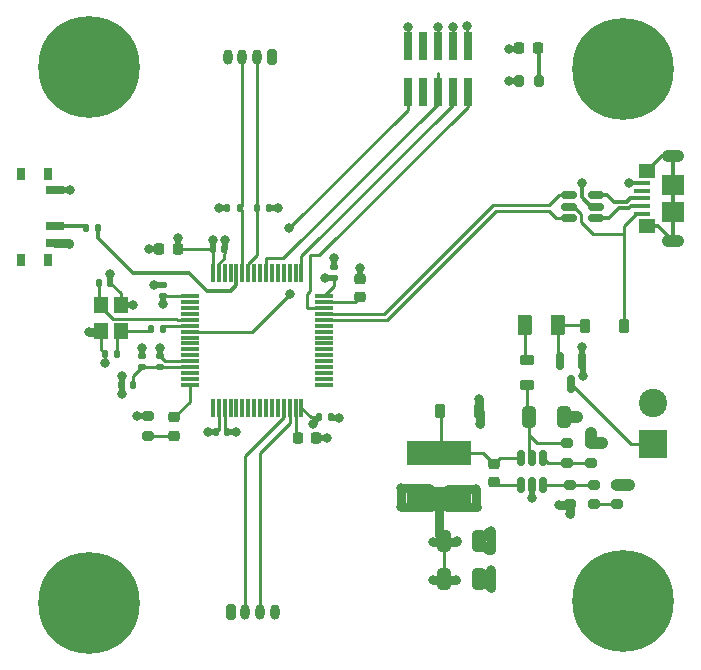
<source format=gbr>
%TF.GenerationSoftware,KiCad,Pcbnew,7.0.5*%
%TF.CreationDate,2023-07-30T01:34:42+05:30*%
%TF.ProjectId,STM32F4_test1,53544d33-3246-4345-9f74-657374312e6b,rev?*%
%TF.SameCoordinates,Original*%
%TF.FileFunction,Copper,L1,Top*%
%TF.FilePolarity,Positive*%
%FSLAX46Y46*%
G04 Gerber Fmt 4.6, Leading zero omitted, Abs format (unit mm)*
G04 Created by KiCad (PCBNEW 7.0.5) date 2023-07-30 01:34:42*
%MOMM*%
%LPD*%
G01*
G04 APERTURE LIST*
G04 Aperture macros list*
%AMRoundRect*
0 Rectangle with rounded corners*
0 $1 Rounding radius*
0 $2 $3 $4 $5 $6 $7 $8 $9 X,Y pos of 4 corners*
0 Add a 4 corners polygon primitive as box body*
4,1,4,$2,$3,$4,$5,$6,$7,$8,$9,$2,$3,0*
0 Add four circle primitives for the rounded corners*
1,1,$1+$1,$2,$3*
1,1,$1+$1,$4,$5*
1,1,$1+$1,$6,$7*
1,1,$1+$1,$8,$9*
0 Add four rect primitives between the rounded corners*
20,1,$1+$1,$2,$3,$4,$5,0*
20,1,$1+$1,$4,$5,$6,$7,0*
20,1,$1+$1,$6,$7,$8,$9,0*
20,1,$1+$1,$8,$9,$2,$3,0*%
G04 Aperture macros list end*
%TA.AperFunction,SMDPad,CuDef*%
%ADD10R,0.740000X2.400000*%
%TD*%
%TA.AperFunction,ComponentPad*%
%ADD11RoundRect,0.200000X0.200000X0.450000X-0.200000X0.450000X-0.200000X-0.450000X0.200000X-0.450000X0*%
%TD*%
%TA.AperFunction,ComponentPad*%
%ADD12O,0.800000X1.300000*%
%TD*%
%TA.AperFunction,SMDPad,CuDef*%
%ADD13R,5.500000X2.150000*%
%TD*%
%TA.AperFunction,SMDPad,CuDef*%
%ADD14RoundRect,0.140000X0.140000X0.170000X-0.140000X0.170000X-0.140000X-0.170000X0.140000X-0.170000X0*%
%TD*%
%TA.AperFunction,SMDPad,CuDef*%
%ADD15RoundRect,0.250000X0.325000X0.650000X-0.325000X0.650000X-0.325000X-0.650000X0.325000X-0.650000X0*%
%TD*%
%TA.AperFunction,ComponentPad*%
%ADD16C,0.900000*%
%TD*%
%TA.AperFunction,ComponentPad*%
%ADD17C,8.600000*%
%TD*%
%TA.AperFunction,SMDPad,CuDef*%
%ADD18RoundRect,0.135000X0.135000X0.185000X-0.135000X0.185000X-0.135000X-0.185000X0.135000X-0.185000X0*%
%TD*%
%TA.AperFunction,SMDPad,CuDef*%
%ADD19RoundRect,0.218750X0.381250X-0.218750X0.381250X0.218750X-0.381250X0.218750X-0.381250X-0.218750X0*%
%TD*%
%TA.AperFunction,SMDPad,CuDef*%
%ADD20RoundRect,0.147500X-0.147500X-0.172500X0.147500X-0.172500X0.147500X0.172500X-0.147500X0.172500X0*%
%TD*%
%TA.AperFunction,SMDPad,CuDef*%
%ADD21RoundRect,0.200000X-0.275000X0.200000X-0.275000X-0.200000X0.275000X-0.200000X0.275000X0.200000X0*%
%TD*%
%TA.AperFunction,SMDPad,CuDef*%
%ADD22RoundRect,0.150000X0.512500X0.150000X-0.512500X0.150000X-0.512500X-0.150000X0.512500X-0.150000X0*%
%TD*%
%TA.AperFunction,SMDPad,CuDef*%
%ADD23RoundRect,0.200000X0.275000X-0.200000X0.275000X0.200000X-0.275000X0.200000X-0.275000X-0.200000X0*%
%TD*%
%TA.AperFunction,SMDPad,CuDef*%
%ADD24RoundRect,0.140000X-0.140000X-0.170000X0.140000X-0.170000X0.140000X0.170000X-0.140000X0.170000X0*%
%TD*%
%TA.AperFunction,SMDPad,CuDef*%
%ADD25RoundRect,0.218750X0.256250X-0.218750X0.256250X0.218750X-0.256250X0.218750X-0.256250X-0.218750X0*%
%TD*%
%TA.AperFunction,ComponentPad*%
%ADD26R,2.400000X2.400000*%
%TD*%
%TA.AperFunction,ComponentPad*%
%ADD27C,2.400000*%
%TD*%
%TA.AperFunction,SMDPad,CuDef*%
%ADD28RoundRect,0.225000X-0.225000X-0.250000X0.225000X-0.250000X0.225000X0.250000X-0.225000X0.250000X0*%
%TD*%
%TA.AperFunction,SMDPad,CuDef*%
%ADD29R,1.200000X1.400000*%
%TD*%
%TA.AperFunction,SMDPad,CuDef*%
%ADD30RoundRect,0.218750X0.218750X0.256250X-0.218750X0.256250X-0.218750X-0.256250X0.218750X-0.256250X0*%
%TD*%
%TA.AperFunction,SMDPad,CuDef*%
%ADD31RoundRect,0.150000X0.150000X-0.512500X0.150000X0.512500X-0.150000X0.512500X-0.150000X-0.512500X0*%
%TD*%
%TA.AperFunction,SMDPad,CuDef*%
%ADD32RoundRect,0.225000X-0.225000X-0.375000X0.225000X-0.375000X0.225000X0.375000X-0.225000X0.375000X0*%
%TD*%
%TA.AperFunction,SMDPad,CuDef*%
%ADD33RoundRect,0.140000X0.170000X-0.140000X0.170000X0.140000X-0.170000X0.140000X-0.170000X-0.140000X0*%
%TD*%
%TA.AperFunction,SMDPad,CuDef*%
%ADD34RoundRect,0.250000X-0.375000X-0.625000X0.375000X-0.625000X0.375000X0.625000X-0.375000X0.625000X0*%
%TD*%
%TA.AperFunction,SMDPad,CuDef*%
%ADD35RoundRect,0.250000X-0.325000X-0.650000X0.325000X-0.650000X0.325000X0.650000X-0.325000X0.650000X0*%
%TD*%
%TA.AperFunction,SMDPad,CuDef*%
%ADD36RoundRect,0.075000X-0.700000X-0.075000X0.700000X-0.075000X0.700000X0.075000X-0.700000X0.075000X0*%
%TD*%
%TA.AperFunction,SMDPad,CuDef*%
%ADD37RoundRect,0.075000X-0.075000X-0.700000X0.075000X-0.700000X0.075000X0.700000X-0.075000X0.700000X0*%
%TD*%
%TA.AperFunction,ComponentPad*%
%ADD38RoundRect,0.200000X-0.200000X-0.450000X0.200000X-0.450000X0.200000X0.450000X-0.200000X0.450000X0*%
%TD*%
%TA.AperFunction,SMDPad,CuDef*%
%ADD39RoundRect,0.225000X0.250000X-0.225000X0.250000X0.225000X-0.250000X0.225000X-0.250000X-0.225000X0*%
%TD*%
%TA.AperFunction,SMDPad,CuDef*%
%ADD40RoundRect,0.225000X0.225000X0.250000X-0.225000X0.250000X-0.225000X-0.250000X0.225000X-0.250000X0*%
%TD*%
%TA.AperFunction,SMDPad,CuDef*%
%ADD41R,0.800000X1.000000*%
%TD*%
%TA.AperFunction,SMDPad,CuDef*%
%ADD42R,1.500000X0.700000*%
%TD*%
%TA.AperFunction,SMDPad,CuDef*%
%ADD43R,1.400000X0.400000*%
%TD*%
%TA.AperFunction,ComponentPad*%
%ADD44O,1.900000X1.050000*%
%TD*%
%TA.AperFunction,SMDPad,CuDef*%
%ADD45R,1.450000X1.150000*%
%TD*%
%TA.AperFunction,SMDPad,CuDef*%
%ADD46R,1.900000X1.750000*%
%TD*%
%TA.AperFunction,SMDPad,CuDef*%
%ADD47RoundRect,0.135000X-0.135000X-0.185000X0.135000X-0.185000X0.135000X0.185000X-0.135000X0.185000X0*%
%TD*%
%TA.AperFunction,SMDPad,CuDef*%
%ADD48RoundRect,0.150000X-0.150000X0.587500X-0.150000X-0.587500X0.150000X-0.587500X0.150000X0.587500X0*%
%TD*%
%TA.AperFunction,SMDPad,CuDef*%
%ADD49RoundRect,0.200000X0.200000X0.275000X-0.200000X0.275000X-0.200000X-0.275000X0.200000X-0.275000X0*%
%TD*%
%TA.AperFunction,ViaPad*%
%ADD50C,0.800000*%
%TD*%
%TA.AperFunction,Conductor*%
%ADD51C,0.260000*%
%TD*%
%TA.AperFunction,Conductor*%
%ADD52C,0.250000*%
%TD*%
%TA.AperFunction,Conductor*%
%ADD53C,0.750000*%
%TD*%
%TA.AperFunction,Conductor*%
%ADD54C,0.300000*%
%TD*%
%TA.AperFunction,Conductor*%
%ADD55C,0.500000*%
%TD*%
%TA.AperFunction,Conductor*%
%ADD56C,1.000000*%
%TD*%
G04 APERTURE END LIST*
D10*
%TO.P,J2,1,Pin_1*%
%TO.N,+3.3V*%
X148080000Y-81550000D03*
%TO.P,J2,2,Pin_2*%
%TO.N,SWDIO*%
X148080000Y-85450000D03*
%TO.P,J2,3,Pin_3*%
%TO.N,GND*%
X146810000Y-81550000D03*
%TO.P,J2,4,Pin_4*%
%TO.N,SWCLK*%
X146810000Y-85450000D03*
%TO.P,J2,5,Pin_5*%
%TO.N,GND*%
X145540000Y-81550000D03*
%TO.P,J2,6,Pin_6*%
%TO.N,SWO*%
X145540000Y-85450000D03*
%TO.P,J2,7,Pin_7*%
%TO.N,unconnected-(J2-Pin_7-Pad7)*%
X144270000Y-81550000D03*
%TO.P,J2,8,Pin_8*%
%TO.N,unconnected-(J2-Pin_8-Pad8)*%
X144270000Y-85450000D03*
%TO.P,J2,9,Pin_9*%
%TO.N,GND*%
X143000000Y-81550000D03*
%TO.P,J2,10,Pin_10*%
%TO.N,NRST*%
X143000000Y-85450000D03*
%TD*%
D11*
%TO.P,J3,1,Pin_1*%
%TO.N,+3.3V*%
X131500000Y-82450000D03*
D12*
%TO.P,J3,2,Pin_2*%
%TO.N,I2C1_SCL*%
X130250000Y-82450000D03*
%TO.P,J3,3,Pin_3*%
%TO.N,I2C1_SDA*%
X129000000Y-82450000D03*
%TO.P,J3,4,Pin_4*%
%TO.N,GND*%
X127750000Y-82450000D03*
%TD*%
D13*
%TO.P,L2,1*%
%TO.N,BUCK_SW*%
X145625000Y-116012500D03*
%TO.P,L2,2*%
%TO.N,+3.3V*%
X145625000Y-119862500D03*
%TD*%
D14*
%TO.P,C12,1*%
%TO.N,Net-(C12-Pad1)*%
X118350000Y-107600000D03*
%TO.P,C12,2*%
%TO.N,GND*%
X117390000Y-107600000D03*
%TD*%
D15*
%TO.P,C15,1*%
%TO.N,GND*%
X149050000Y-123437500D03*
%TO.P,C15,2*%
%TO.N,+3.3V*%
X146100000Y-123437500D03*
%TD*%
D14*
%TO.P,C5,1*%
%TO.N,+3.3V*%
X127730000Y-114250000D03*
%TO.P,C5,2*%
%TO.N,GND*%
X126770000Y-114250000D03*
%TD*%
D16*
%TO.P,H2,1,1*%
%TO.N,GND*%
X158025000Y-128525000D03*
X158969581Y-126244581D03*
X158969581Y-130805419D03*
X161250000Y-125300000D03*
D17*
X161250000Y-128525000D03*
D16*
X161250000Y-131750000D03*
X163530419Y-126244581D03*
X163530419Y-130805419D03*
X164475000Y-128525000D03*
%TD*%
D18*
%TO.P,R2,1*%
%TO.N,HSE_OUT*%
X122260000Y-105500000D03*
%TO.P,R2,2*%
%TO.N,Net-(C12-Pad1)*%
X121240000Y-105500000D03*
%TD*%
D19*
%TO.P,FB1,1*%
%TO.N,BUCK_IN*%
X153125000Y-110250000D03*
%TO.P,FB1,2*%
%TO.N,Net-(F1-Pad1)*%
X153125000Y-108125000D03*
%TD*%
D20*
%TO.P,L1,1*%
%TO.N,+3.3V*%
X118765000Y-110250000D03*
%TO.P,L1,2*%
%TO.N,+3.3VA*%
X119735000Y-110250000D03*
%TD*%
D21*
%TO.P,R4,1*%
%TO.N,BUCK_IN*%
X156500000Y-115175000D03*
%TO.P,R4,2*%
%TO.N,BUCK_EN*%
X156500000Y-116825000D03*
%TD*%
%TO.P,R7,1*%
%TO.N,BUCK_FB*%
X158750000Y-118675000D03*
%TO.P,R7,2*%
%TO.N,Net-(R7-Pad2)*%
X158750000Y-120325000D03*
%TD*%
D22*
%TO.P,U2,1,I/O1*%
%TO.N,USB_CONN_D-*%
X158937500Y-96087500D03*
%TO.P,U2,2,GND*%
%TO.N,GND*%
X158937500Y-95137500D03*
%TO.P,U2,3,I/O2*%
%TO.N,USB_CONN_D+*%
X158937500Y-94187500D03*
%TO.P,U2,4,I/O2*%
%TO.N,USB_D+*%
X156662500Y-94187500D03*
%TO.P,U2,5,VBUS*%
%TO.N,+5V*%
X156662500Y-95137500D03*
%TO.P,U2,6,I/O1*%
%TO.N,USB_D-*%
X156662500Y-96087500D03*
%TD*%
D23*
%TO.P,R8,1*%
%TO.N,Net-(R7-Pad2)*%
X160750000Y-120325000D03*
%TO.P,R8,2*%
%TO.N,GND*%
X160750000Y-118675000D03*
%TD*%
D15*
%TO.P,C17,1*%
%TO.N,GND*%
X149050000Y-126687500D03*
%TO.P,C17,2*%
%TO.N,+3.3V*%
X146100000Y-126687500D03*
%TD*%
D24*
%TO.P,C11,1*%
%TO.N,HSE_IN*%
X116870000Y-101600000D03*
%TO.P,C11,2*%
%TO.N,GND*%
X117830000Y-101600000D03*
%TD*%
D25*
%TO.P,D1,1,K*%
%TO.N,Net-(D1-K)*%
X123250000Y-114550000D03*
%TO.P,D1,2,A*%
%TO.N,LED_STATUS*%
X123250000Y-112975000D03*
%TD*%
D26*
%TO.P,J1,1,Pin_1*%
%TO.N,+12V*%
X163750000Y-115250000D03*
D27*
%TO.P,J1,2,Pin_2*%
%TO.N,GND*%
X163750000Y-111750000D03*
%TD*%
D18*
%TO.P,R9,1*%
%TO.N,+3.3V*%
X131270000Y-95225000D03*
%TO.P,R9,2*%
%TO.N,I2C1_SCL*%
X130250000Y-95225000D03*
%TD*%
D28*
%TO.P,C2,1*%
%TO.N,Net-(U1-VCAP_1)*%
X133725000Y-114725000D03*
%TO.P,C2,2*%
%TO.N,GND*%
X135275000Y-114725000D03*
%TD*%
D23*
%TO.P,R6,1*%
%TO.N,+3.3V*%
X156750000Y-120325000D03*
%TO.P,R6,2*%
%TO.N,BUCK_FB*%
X156750000Y-118675000D03*
%TD*%
D29*
%TO.P,Y1,1,1*%
%TO.N,HSE_IN*%
X117000000Y-103500000D03*
%TO.P,Y1,2,2*%
%TO.N,GND*%
X117000000Y-105700000D03*
%TO.P,Y1,3,3*%
%TO.N,Net-(C12-Pad1)*%
X118700000Y-105700000D03*
%TO.P,Y1,4,4*%
%TO.N,GND*%
X118700000Y-103500000D03*
%TD*%
D30*
%TO.P,D4,1,K*%
%TO.N,Net-(D4-K)*%
X154037500Y-81750000D03*
%TO.P,D4,2,A*%
%TO.N,+3.3V*%
X152462500Y-81750000D03*
%TD*%
D31*
%TO.P,MP2359DJ-LF-Z1,1,BST*%
%TO.N,BUCK_BST*%
X152550000Y-118712500D03*
%TO.P,MP2359DJ-LF-Z1,2,GND*%
%TO.N,GND*%
X153500000Y-118712500D03*
%TO.P,MP2359DJ-LF-Z1,3,FB*%
%TO.N,BUCK_FB*%
X154450000Y-118712500D03*
%TO.P,MP2359DJ-LF-Z1,4,EN*%
%TO.N,BUCK_EN*%
X154450000Y-116437500D03*
%TO.P,MP2359DJ-LF-Z1,5,IN*%
%TO.N,BUCK_IN*%
X153500000Y-116437500D03*
%TO.P,MP2359DJ-LF-Z1,6,SW*%
%TO.N,BUCK_SW*%
X152550000Y-116437500D03*
%TD*%
D32*
%TO.P,D3,1,K*%
%TO.N,Net-(D3-K)*%
X158000000Y-105250000D03*
%TO.P,D3,2,A*%
%TO.N,+5V*%
X161300000Y-105250000D03*
%TD*%
D33*
%TO.P,C4,1*%
%TO.N,+3.3V*%
X122250000Y-102705000D03*
%TO.P,C4,2*%
%TO.N,GND*%
X122250000Y-101745000D03*
%TD*%
D34*
%TO.P,F1,1*%
%TO.N,Net-(F1-Pad1)*%
X152950000Y-105187500D03*
%TO.P,F1,2*%
%TO.N,Net-(D3-K)*%
X155750000Y-105187500D03*
%TD*%
D33*
%TO.P,C10,1*%
%TO.N,+3.3VA*%
X122000000Y-108750000D03*
%TO.P,C10,2*%
%TO.N,GND*%
X122000000Y-107790000D03*
%TD*%
%TO.P,C7,1*%
%TO.N,+3.3V*%
X136750000Y-101185000D03*
%TO.P,C7,2*%
%TO.N,GND*%
X136750000Y-100225000D03*
%TD*%
D21*
%TO.P,R3,1*%
%TO.N,GND*%
X121000000Y-112900000D03*
%TO.P,R3,2*%
%TO.N,Net-(D1-K)*%
X121000000Y-114550000D03*
%TD*%
D35*
%TO.P,C13,1*%
%TO.N,BUCK_IN*%
X153275000Y-112937500D03*
%TO.P,C13,2*%
%TO.N,GND*%
X156225000Y-112937500D03*
%TD*%
D16*
%TO.P,H4,1,1*%
%TO.N,GND*%
X112805419Y-128719581D03*
X113750000Y-126439162D03*
X113750000Y-131000000D03*
X116030419Y-125494581D03*
D17*
X116030419Y-128719581D03*
D16*
X116030419Y-131944581D03*
X118310838Y-126439162D03*
X118310838Y-131000000D03*
X119255419Y-128719581D03*
%TD*%
%TO.P,H1,1,1*%
%TO.N,GND*%
X157994581Y-83469581D03*
X158939162Y-81189162D03*
X158939162Y-85750000D03*
X161219581Y-80244581D03*
D17*
X161219581Y-83469581D03*
D16*
X161219581Y-86694581D03*
X163500000Y-81189162D03*
X163500000Y-85750000D03*
X164444581Y-83469581D03*
%TD*%
D24*
%TO.P,C6,1*%
%TO.N,+3.3V*%
X135520000Y-112975000D03*
%TO.P,C6,2*%
%TO.N,GND*%
X136480000Y-112975000D03*
%TD*%
D33*
%TO.P,C9,1*%
%TO.N,+3.3VA*%
X120500000Y-108750000D03*
%TO.P,C9,2*%
%TO.N,GND*%
X120500000Y-107790000D03*
%TD*%
D36*
%TO.P,U1,1,VBAT*%
%TO.N,+3.3V*%
X124575000Y-102725000D03*
%TO.P,U1,2,PC13*%
%TO.N,unconnected-(U1-PC13-Pad2)*%
X124575000Y-103225000D03*
%TO.P,U1,3,PC14*%
%TO.N,unconnected-(U1-PC14-Pad3)*%
X124575000Y-103725000D03*
%TO.P,U1,4,PC15*%
%TO.N,unconnected-(U1-PC15-Pad4)*%
X124575000Y-104225000D03*
%TO.P,U1,5,PH0*%
%TO.N,HSE_IN*%
X124575000Y-104725000D03*
%TO.P,U1,6,PH1*%
%TO.N,HSE_OUT*%
X124575000Y-105225000D03*
%TO.P,U1,7,NRST*%
%TO.N,NRST*%
X124575000Y-105725000D03*
%TO.P,U1,8,PC0*%
%TO.N,unconnected-(U1-PC0-Pad8)*%
X124575000Y-106225000D03*
%TO.P,U1,9,PC1*%
%TO.N,unconnected-(U1-PC1-Pad9)*%
X124575000Y-106725000D03*
%TO.P,U1,10,PC2*%
%TO.N,unconnected-(U1-PC2-Pad10)*%
X124575000Y-107225000D03*
%TO.P,U1,11,PC3*%
%TO.N,unconnected-(U1-PC3-Pad11)*%
X124575000Y-107725000D03*
%TO.P,U1,12,VSSA*%
%TO.N,GND*%
X124575000Y-108225000D03*
%TO.P,U1,13,VDDA*%
%TO.N,+3.3VA*%
X124575000Y-108725000D03*
%TO.P,U1,14,PA0*%
%TO.N,unconnected-(U1-PA0-Pad14)*%
X124575000Y-109225000D03*
%TO.P,U1,15,PA1*%
%TO.N,unconnected-(U1-PA1-Pad15)*%
X124575000Y-109725000D03*
%TO.P,U1,16,PA2*%
%TO.N,LED_STATUS*%
X124575000Y-110225000D03*
D37*
%TO.P,U1,17,PA3*%
%TO.N,unconnected-(U1-PA3-Pad17)*%
X126500000Y-112150000D03*
%TO.P,U1,18,VSS*%
%TO.N,GND*%
X127000000Y-112150000D03*
%TO.P,U1,19,VDD*%
%TO.N,+3.3V*%
X127500000Y-112150000D03*
%TO.P,U1,20,PA4*%
%TO.N,unconnected-(U1-PA4-Pad20)*%
X128000000Y-112150000D03*
%TO.P,U1,21,PA5*%
%TO.N,unconnected-(U1-PA5-Pad21)*%
X128500000Y-112150000D03*
%TO.P,U1,22,PA6*%
%TO.N,unconnected-(U1-PA6-Pad22)*%
X129000000Y-112150000D03*
%TO.P,U1,23,PA7*%
%TO.N,unconnected-(U1-PA7-Pad23)*%
X129500000Y-112150000D03*
%TO.P,U1,24,PC4*%
%TO.N,unconnected-(U1-PC4-Pad24)*%
X130000000Y-112150000D03*
%TO.P,U1,25,PC5*%
%TO.N,unconnected-(U1-PC5-Pad25)*%
X130500000Y-112150000D03*
%TO.P,U1,26,PB0*%
%TO.N,unconnected-(U1-PB0-Pad26)*%
X131000000Y-112150000D03*
%TO.P,U1,27,PB1*%
%TO.N,unconnected-(U1-PB1-Pad27)*%
X131500000Y-112150000D03*
%TO.P,U1,28,PB2*%
%TO.N,unconnected-(U1-PB2-Pad28)*%
X132000000Y-112150000D03*
%TO.P,U1,29,PB10*%
%TO.N,USART3_TX*%
X132500000Y-112150000D03*
%TO.P,U1,30,PB11*%
%TO.N,USART3_RX*%
X133000000Y-112150000D03*
%TO.P,U1,31,VCAP_1*%
%TO.N,Net-(U1-VCAP_1)*%
X133500000Y-112150000D03*
%TO.P,U1,32,VDD*%
%TO.N,+3.3V*%
X134000000Y-112150000D03*
D36*
%TO.P,U1,33,PB12*%
%TO.N,unconnected-(U1-PB12-Pad33)*%
X135925000Y-110225000D03*
%TO.P,U1,34,PB13*%
%TO.N,unconnected-(U1-PB13-Pad34)*%
X135925000Y-109725000D03*
%TO.P,U1,35,PB14*%
%TO.N,unconnected-(U1-PB14-Pad35)*%
X135925000Y-109225000D03*
%TO.P,U1,36,PB15*%
%TO.N,unconnected-(U1-PB15-Pad36)*%
X135925000Y-108725000D03*
%TO.P,U1,37,PC6*%
%TO.N,unconnected-(U1-PC6-Pad37)*%
X135925000Y-108225000D03*
%TO.P,U1,38,PC7*%
%TO.N,unconnected-(U1-PC7-Pad38)*%
X135925000Y-107725000D03*
%TO.P,U1,39,PC8*%
%TO.N,unconnected-(U1-PC8-Pad39)*%
X135925000Y-107225000D03*
%TO.P,U1,40,PC9*%
%TO.N,unconnected-(U1-PC9-Pad40)*%
X135925000Y-106725000D03*
%TO.P,U1,41,PA8*%
%TO.N,unconnected-(U1-PA8-Pad41)*%
X135925000Y-106225000D03*
%TO.P,U1,42,PA9*%
%TO.N,unconnected-(U1-PA9-Pad42)*%
X135925000Y-105725000D03*
%TO.P,U1,43,PA10*%
%TO.N,unconnected-(U1-PA10-Pad43)*%
X135925000Y-105225000D03*
%TO.P,U1,44,PA11*%
%TO.N,USB_D-*%
X135925000Y-104725000D03*
%TO.P,U1,45,PA12*%
%TO.N,USB_D+*%
X135925000Y-104225000D03*
%TO.P,U1,46,PA13*%
%TO.N,SWDIO*%
X135925000Y-103725000D03*
%TO.P,U1,47,VCAP_2*%
%TO.N,Net-(U1-VCAP_2)*%
X135925000Y-103225000D03*
%TO.P,U1,48,VDD*%
%TO.N,+3.3V*%
X135925000Y-102725000D03*
D37*
%TO.P,U1,49,PA14*%
%TO.N,SWCLK*%
X134000000Y-100800000D03*
%TO.P,U1,50,PA15*%
%TO.N,unconnected-(U1-PA15-Pad50)*%
X133500000Y-100800000D03*
%TO.P,U1,51,PC10*%
%TO.N,unconnected-(U1-PC10-Pad51)*%
X133000000Y-100800000D03*
%TO.P,U1,52,PC11*%
%TO.N,unconnected-(U1-PC11-Pad52)*%
X132500000Y-100800000D03*
%TO.P,U1,53,PC12*%
%TO.N,unconnected-(U1-PC12-Pad53)*%
X132000000Y-100800000D03*
%TO.P,U1,54,PD2*%
%TO.N,unconnected-(U1-PD2-Pad54)*%
X131500000Y-100800000D03*
%TO.P,U1,55,PB3*%
%TO.N,SWO*%
X131000000Y-100800000D03*
%TO.P,U1,56,PB4*%
%TO.N,unconnected-(U1-PB4-Pad56)*%
X130500000Y-100800000D03*
%TO.P,U1,57,PB5*%
%TO.N,unconnected-(U1-PB5-Pad57)*%
X130000000Y-100800000D03*
%TO.P,U1,58,PB6*%
%TO.N,I2C1_SCL*%
X129500000Y-100800000D03*
%TO.P,U1,59,PB7*%
%TO.N,I2C1_SDA*%
X129000000Y-100800000D03*
%TO.P,U1,60,BOOT0*%
%TO.N,BOOT0*%
X128500000Y-100800000D03*
%TO.P,U1,61,PB8*%
%TO.N,unconnected-(U1-PB8-Pad61)*%
X128000000Y-100800000D03*
%TO.P,U1,62,PB9*%
%TO.N,unconnected-(U1-PB9-Pad62)*%
X127500000Y-100800000D03*
%TO.P,U1,63,VSS*%
%TO.N,GND*%
X127000000Y-100800000D03*
%TO.P,U1,64,VDD*%
%TO.N,+3.3V*%
X126500000Y-100800000D03*
%TD*%
D38*
%TO.P,J4,1,Pin_1*%
%TO.N,+3.3V*%
X128000000Y-129500000D03*
D12*
%TO.P,J4,2,Pin_2*%
%TO.N,USART3_TX*%
X129250000Y-129500000D03*
%TO.P,J4,3,Pin_3*%
%TO.N,USART3_RX*%
X130500000Y-129500000D03*
%TO.P,J4,4,Pin_4*%
%TO.N,GND*%
X131750000Y-129500000D03*
%TD*%
D39*
%TO.P,C14,1*%
%TO.N,BUCK_BST*%
X150300000Y-118462500D03*
%TO.P,C14,2*%
%TO.N,BUCK_SW*%
X150300000Y-116912500D03*
%TD*%
D32*
%TO.P,D2,1,K*%
%TO.N,BUCK_SW*%
X145750000Y-112437500D03*
%TO.P,D2,2,A*%
%TO.N,GND*%
X149050000Y-112437500D03*
%TD*%
D39*
%TO.P,C1,1*%
%TO.N,Net-(U1-VCAP_2)*%
X139000000Y-102775000D03*
%TO.P,C1,2*%
%TO.N,GND*%
X139000000Y-101225000D03*
%TD*%
D24*
%TO.P,C8,1*%
%TO.N,+3.3V*%
X126520000Y-98750000D03*
%TO.P,C8,2*%
%TO.N,GND*%
X127480000Y-98750000D03*
%TD*%
D40*
%TO.P,C3,1*%
%TO.N,+3.3V*%
X123525000Y-98725000D03*
%TO.P,C3,2*%
%TO.N,GND*%
X121975000Y-98725000D03*
%TD*%
D41*
%TO.P,SW1,*%
%TO.N,*%
X112505000Y-92350000D03*
X110295000Y-92350000D03*
X112505000Y-99650000D03*
X110295000Y-99650000D03*
D42*
%TO.P,SW1,1,A*%
%TO.N,+3.3V*%
X113155000Y-93750000D03*
%TO.P,SW1,2,B*%
%TO.N,Net-(SW1-B)*%
X113155000Y-96750000D03*
%TO.P,SW1,3,C*%
%TO.N,GND*%
X113155000Y-98250000D03*
%TD*%
D43*
%TO.P,J5,1,VBUS*%
%TO.N,+5V*%
X162830000Y-95750000D03*
%TO.P,J5,2,D-*%
%TO.N,USB_CONN_D-*%
X162830000Y-95100000D03*
%TO.P,J5,3,D+*%
%TO.N,USB_CONN_D+*%
X162830000Y-94450000D03*
%TO.P,J5,4,ID*%
%TO.N,unconnected-(J5-ID-Pad4)*%
X162830000Y-93800000D03*
%TO.P,J5,5,GND*%
%TO.N,GND*%
X162830000Y-93150000D03*
D44*
%TO.P,J5,6,Shield*%
%TO.N,unconnected-(J5-Shield-Pad6)*%
X165480000Y-98025000D03*
D45*
X163250000Y-96770000D03*
D46*
X165480000Y-95575000D03*
X165480000Y-93325000D03*
D45*
X163250000Y-92130000D03*
D44*
X165480000Y-90875000D03*
%TD*%
D16*
%TO.P,H3,1,1*%
%TO.N,GND*%
X112775000Y-83275000D03*
X113719581Y-80994581D03*
X113719581Y-85555419D03*
X116000000Y-80050000D03*
D17*
X116000000Y-83275000D03*
D16*
X116000000Y-86500000D03*
X118280419Y-80994581D03*
X118280419Y-85555419D03*
X119225000Y-83275000D03*
%TD*%
D47*
%TO.P,R10,1*%
%TO.N,+3.3V*%
X127740000Y-95225000D03*
%TO.P,R10,2*%
%TO.N,I2C1_SDA*%
X128760000Y-95225000D03*
%TD*%
D48*
%TO.P,Q1,1,G*%
%TO.N,GND*%
X157762500Y-108250000D03*
%TO.P,Q1,2,S*%
%TO.N,Net-(D3-K)*%
X155862500Y-108250000D03*
%TO.P,Q1,3,D*%
%TO.N,+12V*%
X156812500Y-110125000D03*
%TD*%
D18*
%TO.P,R1,1*%
%TO.N,BOOT0*%
X116760000Y-96975000D03*
%TO.P,R1,2*%
%TO.N,Net-(SW1-B)*%
X115740000Y-96975000D03*
%TD*%
D23*
%TO.P,R5,1*%
%TO.N,BUCK_EN*%
X158500000Y-116825000D03*
%TO.P,R5,2*%
%TO.N,GND*%
X158500000Y-115175000D03*
%TD*%
D49*
%TO.P,R11,1*%
%TO.N,Net-(D4-K)*%
X154075000Y-84500000D03*
%TO.P,R11,2*%
%TO.N,GND*%
X152425000Y-84500000D03*
%TD*%
D50*
%TO.N,GND*%
X143000000Y-79900000D03*
X145550000Y-79925000D03*
X146825000Y-79925000D03*
%TO.N,+3.3V*%
X148050000Y-79875000D03*
%TO.N,NRST*%
X132960287Y-96960287D03*
X133000000Y-102500000D03*
%TO.N,GND*%
X115975000Y-105725000D03*
X117400000Y-108350000D03*
X161700000Y-93175000D03*
X153500000Y-119825000D03*
X157725000Y-93125000D03*
%TO.N,+3.3V*%
X136000000Y-101175000D03*
%TO.N,GND*%
X150075000Y-127400000D03*
X150075000Y-124175000D03*
X159425000Y-115150000D03*
X149125000Y-113525000D03*
X157825000Y-109475000D03*
X157775000Y-107050000D03*
X149075000Y-111400000D03*
X158500000Y-114325000D03*
X157300000Y-112975000D03*
X161700000Y-118675000D03*
X150050000Y-125875000D03*
X150050000Y-122600000D03*
X151575000Y-84475000D03*
X136750000Y-99500000D03*
X138975000Y-100350000D03*
X137200000Y-113000000D03*
X136150000Y-114700000D03*
X126050000Y-114250000D03*
X120050000Y-112875000D03*
X122025000Y-107075000D03*
X120500000Y-107075000D03*
X119750000Y-103500000D03*
X117825000Y-100850000D03*
X121075000Y-98700000D03*
X121500000Y-101750000D03*
X114350000Y-98275000D03*
X127525000Y-98000000D03*
%TO.N,+3.3V*%
X156700000Y-121200000D03*
X155825000Y-120375000D03*
X147125000Y-126750000D03*
X145100000Y-126775000D03*
X147150000Y-123425000D03*
X145100000Y-123500000D03*
X148850000Y-120600000D03*
X148800000Y-119075000D03*
X142450000Y-119000000D03*
X142450000Y-120550000D03*
X126500000Y-98000000D03*
X122275000Y-103400000D03*
X118825000Y-111000000D03*
X118775000Y-109475000D03*
X128450000Y-114250000D03*
X135000000Y-113575000D03*
X151550000Y-81775000D03*
X114400000Y-93750000D03*
X123525000Y-97775000D03*
X127000000Y-95275000D03*
X132000000Y-95250000D03*
%TD*%
D51*
%TO.N,+3.3V*%
X148050000Y-81520000D02*
X148080000Y-81550000D01*
X148050000Y-79875000D02*
X148050000Y-81520000D01*
%TO.N,GND*%
X146825000Y-81535000D02*
X146810000Y-81550000D01*
X146825000Y-79925000D02*
X146825000Y-81535000D01*
X145550000Y-81540000D02*
X145540000Y-81550000D01*
X145550000Y-79925000D02*
X145550000Y-81540000D01*
X143000000Y-79900000D02*
X143000000Y-81550000D01*
D52*
%TO.N,SWDIO*%
X135500000Y-99250000D02*
X148080000Y-86670000D01*
X134750000Y-99250000D02*
X135500000Y-99250000D01*
X148080000Y-86670000D02*
X148080000Y-85450000D01*
D51*
%TO.N,SWCLK*%
X134000000Y-99356533D02*
X146810000Y-86546533D01*
X134000000Y-100800000D02*
X134000000Y-99356533D01*
X146810000Y-86546533D02*
X146810000Y-85450000D01*
D52*
X146810000Y-86400000D02*
X146810000Y-85450000D01*
D51*
%TO.N,SWO*%
X132450000Y-99500000D02*
X145540000Y-86410000D01*
X131000000Y-100800000D02*
X131000000Y-99500000D01*
X131000000Y-99500000D02*
X132450000Y-99500000D01*
X145540000Y-86410000D02*
X145540000Y-85450000D01*
%TO.N,NRST*%
X143000000Y-86920574D02*
X143000000Y-85450000D01*
X132960287Y-96960287D02*
X143000000Y-86920574D01*
X129775000Y-105725000D02*
X133000000Y-102500000D01*
X124575000Y-105725000D02*
X129775000Y-105725000D01*
%TO.N,SWO*%
X145540000Y-86460000D02*
X145540000Y-85450000D01*
D53*
%TO.N,GND*%
X116975000Y-105725000D02*
X117000000Y-105700000D01*
X115975000Y-105725000D02*
X116975000Y-105725000D01*
D52*
X117390000Y-108340000D02*
X117400000Y-108350000D01*
X117390000Y-107600000D02*
X117390000Y-108340000D01*
D54*
%TO.N,Net-(D4-K)*%
X154075000Y-81787500D02*
X154037500Y-81750000D01*
X154075000Y-84500000D02*
X154075000Y-81787500D01*
%TO.N,GND*%
X162805000Y-93175000D02*
X162830000Y-93150000D01*
X161700000Y-93175000D02*
X162805000Y-93175000D01*
D52*
%TO.N,HSE_IN*%
X123425000Y-104675000D02*
X123475000Y-104725000D01*
X118075000Y-104675000D02*
X123425000Y-104675000D01*
X117000000Y-103600000D02*
X118075000Y-104675000D01*
X117000000Y-103500000D02*
X117000000Y-103600000D01*
X123475000Y-104725000D02*
X124575000Y-104725000D01*
D54*
%TO.N,Net-(SW1-B)*%
X115515000Y-96750000D02*
X115740000Y-96975000D01*
X113155000Y-96750000D02*
X115515000Y-96750000D01*
D55*
%TO.N,GND*%
X153500000Y-119825000D02*
X153500000Y-118712500D01*
X136505000Y-113000000D02*
X136480000Y-112975000D01*
X137200000Y-113000000D02*
X136505000Y-113000000D01*
X135300000Y-114700000D02*
X135275000Y-114725000D01*
X136150000Y-114700000D02*
X135300000Y-114700000D01*
D54*
%TO.N,unconnected-(J5-Shield-Pad6)*%
X164505000Y-90875000D02*
X163250000Y-92130000D01*
X165480000Y-90875000D02*
X164505000Y-90875000D01*
X165480000Y-98025000D02*
X165480000Y-90875000D01*
X164225000Y-96770000D02*
X165480000Y-98025000D01*
X163250000Y-96770000D02*
X164225000Y-96770000D01*
%TO.N,GND*%
X157725000Y-94344607D02*
X157725000Y-93125000D01*
X158517893Y-95137500D02*
X157725000Y-94344607D01*
X158937500Y-95137500D02*
X158517893Y-95137500D01*
D52*
%TO.N,+5V*%
X157650000Y-96434251D02*
X157650000Y-95740749D01*
X158690749Y-97475000D02*
X157650000Y-96434251D01*
X157046751Y-95137500D02*
X156662500Y-95137500D01*
X161300000Y-97475000D02*
X158690749Y-97475000D01*
X161300000Y-97475000D02*
X161300000Y-105250000D01*
X157650000Y-95740749D02*
X157046751Y-95137500D01*
X161300000Y-96780000D02*
X161300000Y-97475000D01*
D54*
%TO.N,USB_CONN_D-*%
X161882107Y-95100000D02*
X162830000Y-95100000D01*
X161732107Y-95250000D02*
X161882107Y-95100000D01*
X160012500Y-96087500D02*
X160850000Y-95250000D01*
X158937500Y-96087500D02*
X160012500Y-96087500D01*
X160850000Y-95250000D02*
X161732107Y-95250000D01*
%TO.N,USB_CONN_D+*%
X161825000Y-94450000D02*
X162830000Y-94450000D01*
X161525000Y-94750000D02*
X161825000Y-94450000D01*
X159912500Y-94187500D02*
X160475000Y-94750000D01*
X160475000Y-94750000D02*
X161525000Y-94750000D01*
X158937500Y-94187500D02*
X159912500Y-94187500D01*
D55*
%TO.N,+3.3V*%
X148050000Y-81670000D02*
X148080000Y-81700000D01*
%TO.N,GND*%
X145575000Y-81665000D02*
X145540000Y-81700000D01*
%TO.N,unconnected-(J2-Pin_7-Pad7)*%
X144275000Y-81695000D02*
X144270000Y-81700000D01*
%TO.N,+3.3V*%
X136740000Y-101175000D02*
X136750000Y-101185000D01*
X136000000Y-101175000D02*
X136740000Y-101175000D01*
%TO.N,GND*%
X157825000Y-108312500D02*
X157762500Y-108250000D01*
X157825000Y-109475000D02*
X157825000Y-108312500D01*
X157775000Y-108237500D02*
X157762500Y-108250000D01*
X157775000Y-107050000D02*
X157775000Y-108237500D01*
X152400000Y-84475000D02*
X152425000Y-84500000D01*
X151575000Y-84475000D02*
X152400000Y-84475000D01*
X138975000Y-100350000D02*
X138975000Y-101200000D01*
X138975000Y-101200000D02*
X139000000Y-101225000D01*
X136750000Y-99500000D02*
X136750000Y-100225000D01*
X127525000Y-98705000D02*
X127480000Y-98750000D01*
X127525000Y-98000000D02*
X127525000Y-98705000D01*
X126050000Y-114250000D02*
X126770000Y-114250000D01*
X120975000Y-112875000D02*
X121000000Y-112900000D01*
X120050000Y-112875000D02*
X120975000Y-112875000D01*
X120500000Y-107075000D02*
X120500000Y-107790000D01*
X122025000Y-107765000D02*
X122000000Y-107790000D01*
X122025000Y-107075000D02*
X122025000Y-107765000D01*
X119750000Y-103500000D02*
X118700000Y-103500000D01*
X121950000Y-98700000D02*
X121975000Y-98725000D01*
X121075000Y-98700000D02*
X121950000Y-98700000D01*
X122245000Y-101750000D02*
X122250000Y-101745000D01*
X121500000Y-101750000D02*
X122245000Y-101750000D01*
X117825000Y-100850000D02*
X117825000Y-101595000D01*
X117825000Y-101595000D02*
X117830000Y-101600000D01*
D53*
X114325000Y-98250000D02*
X114350000Y-98275000D01*
X113155000Y-98250000D02*
X114325000Y-98250000D01*
D56*
X161700000Y-118675000D02*
X160750000Y-118675000D01*
X158525000Y-115150000D02*
X158500000Y-115175000D01*
X159425000Y-115150000D02*
X158525000Y-115150000D01*
X158500000Y-114325000D02*
X158500000Y-115175000D01*
X157300000Y-112975000D02*
X156262500Y-112975000D01*
X156262500Y-112975000D02*
X156225000Y-112937500D01*
D53*
X149125000Y-113525000D02*
X149125000Y-112512500D01*
X149125000Y-112512500D02*
X149050000Y-112437500D01*
X149075000Y-112412500D02*
X149050000Y-112437500D01*
X149075000Y-111400000D02*
X149075000Y-112412500D01*
X150075000Y-122625000D02*
X150050000Y-122600000D01*
X150075000Y-124175000D02*
X150075000Y-122625000D01*
X149787500Y-124175000D02*
X149050000Y-123437500D01*
X150075000Y-124175000D02*
X149787500Y-124175000D01*
X149887500Y-122600000D02*
X149050000Y-123437500D01*
X150050000Y-122600000D02*
X149887500Y-122600000D01*
X150075000Y-125900000D02*
X150050000Y-125875000D01*
X150075000Y-127400000D02*
X150075000Y-125900000D01*
X149362500Y-126687500D02*
X150075000Y-127400000D01*
X149050000Y-126687500D02*
X149362500Y-126687500D01*
X149050000Y-126687500D02*
X149237500Y-126687500D01*
X149237500Y-126687500D02*
X150050000Y-125875000D01*
D52*
X127525000Y-98725000D02*
X127480000Y-99479315D01*
%TO.N,+3.3V*%
X146100000Y-123437500D02*
X146100000Y-126687500D01*
D53*
X156700000Y-121200000D02*
X156700000Y-120375000D01*
X156700000Y-120375000D02*
X156750000Y-120325000D01*
X155825000Y-120375000D02*
X156700000Y-120375000D01*
X147100000Y-126775000D02*
X147125000Y-126750000D01*
X145100000Y-126775000D02*
X147100000Y-126775000D01*
X147075000Y-123500000D02*
X147150000Y-123425000D01*
X145100000Y-123500000D02*
X147075000Y-123500000D01*
X145625000Y-122962500D02*
X146100000Y-123437500D01*
X145625000Y-119862500D02*
X145625000Y-122962500D01*
X148800000Y-120550000D02*
X148850000Y-120600000D01*
X148800000Y-119075000D02*
X148800000Y-120550000D01*
X142450000Y-119000000D02*
X142450000Y-120550000D01*
X146362500Y-120600000D02*
X145625000Y-119862500D01*
X148850000Y-120600000D02*
X146362500Y-120600000D01*
X148800000Y-119075000D02*
X146412500Y-119075000D01*
X146412500Y-119075000D02*
X145625000Y-119862500D01*
X142450000Y-120550000D02*
X144937500Y-120550000D01*
X144937500Y-120550000D02*
X145625000Y-119862500D01*
X144762500Y-119000000D02*
X145625000Y-119862500D01*
X142450000Y-119000000D02*
X144762500Y-119000000D01*
D55*
X145587500Y-120075000D02*
X145800000Y-119862500D01*
X135000000Y-113495000D02*
X135520000Y-112975000D01*
X135000000Y-113575000D02*
X135000000Y-113495000D01*
X128450000Y-114250000D02*
X127730000Y-114250000D01*
X118825000Y-110310000D02*
X118765000Y-110250000D01*
X118825000Y-111000000D02*
X118825000Y-110310000D01*
X118775000Y-110240000D02*
X118765000Y-110250000D01*
X118775000Y-109475000D02*
X118775000Y-110240000D01*
X122275000Y-102730000D02*
X122250000Y-102705000D01*
X122275000Y-103400000D02*
X122275000Y-102730000D01*
%TO.N,GND*%
X142975000Y-81675000D02*
X143000000Y-81700000D01*
%TO.N,+3.3V*%
X151550000Y-81775000D02*
X152437500Y-81775000D01*
X152437500Y-81775000D02*
X152462500Y-81750000D01*
X131975000Y-95225000D02*
X132000000Y-95250000D01*
X131270000Y-95225000D02*
X131975000Y-95225000D01*
X127690000Y-95275000D02*
X127740000Y-95225000D01*
X127000000Y-95275000D02*
X127690000Y-95275000D01*
X126500000Y-98730000D02*
X126520000Y-98750000D01*
X126500000Y-98000000D02*
X126500000Y-98730000D01*
X123525000Y-97775000D02*
X123525000Y-98725000D01*
X114400000Y-93750000D02*
X113155000Y-93750000D01*
D54*
%TO.N,BOOT0*%
X116760000Y-97760000D02*
X116760000Y-96975000D01*
X119750000Y-100750000D02*
X116760000Y-97760000D01*
X126000000Y-102250000D02*
X124500000Y-100750000D01*
X124500000Y-100750000D02*
X119750000Y-100750000D01*
X128000000Y-102250000D02*
X126000000Y-102250000D01*
X128500000Y-100800000D02*
X128500000Y-101750000D01*
X128500000Y-101750000D02*
X128000000Y-102250000D01*
D51*
%TO.N,USB_D-*%
X141275000Y-104725000D02*
X135925000Y-104725000D01*
X150500000Y-95500000D02*
X141275000Y-104725000D01*
X155587500Y-96087500D02*
X155000000Y-95500000D01*
X155000000Y-95500000D02*
X150500000Y-95500000D01*
X156662500Y-96087500D02*
X155587500Y-96087500D01*
%TO.N,USB_D+*%
X150250000Y-95000000D02*
X155000000Y-95000000D01*
X141025000Y-104225000D02*
X135925000Y-104225000D01*
X150250000Y-95000000D02*
X141025000Y-104225000D01*
X155812500Y-94187500D02*
X155000000Y-95000000D01*
X156662500Y-94187500D02*
X155812500Y-94187500D01*
D52*
%TO.N,Net-(U1-VCAP_2)*%
X138550000Y-103225000D02*
X135925000Y-103225000D01*
X139000000Y-102775000D02*
X138550000Y-103225000D01*
%TO.N,GND*%
X127000000Y-114020000D02*
X126770000Y-114250000D01*
X117830000Y-101600000D02*
X118700000Y-102470000D01*
X122435000Y-108225000D02*
X122000000Y-107790000D01*
X117000000Y-107210000D02*
X117390000Y-107600000D01*
X118700000Y-102470000D02*
X118700000Y-103500000D01*
X127000000Y-112150000D02*
X127000000Y-114020000D01*
X127480000Y-98750000D02*
X127525000Y-98725000D01*
X127000000Y-99959315D02*
X127000000Y-100800000D01*
X127480000Y-99479315D02*
X127000000Y-99959315D01*
X117000000Y-105700000D02*
X117000000Y-107210000D01*
X124575000Y-108225000D02*
X122435000Y-108225000D01*
%TO.N,Net-(U1-VCAP_1)*%
X133725000Y-114725000D02*
X133500000Y-114500000D01*
X133500000Y-114500000D02*
X133500000Y-112150000D01*
%TO.N,+3.3V*%
X124575000Y-102725000D02*
X122270000Y-102725000D01*
X126520000Y-100780000D02*
X126500000Y-100800000D01*
X136750000Y-101185000D02*
X136750000Y-101900000D01*
X134825000Y-112975000D02*
X134000000Y-112150000D01*
X135520000Y-112975000D02*
X134825000Y-112975000D01*
X122270000Y-102725000D02*
X122250000Y-102705000D01*
X126520000Y-98750000D02*
X126520000Y-100780000D01*
X145800000Y-123137500D02*
X145800000Y-119862500D01*
X136750000Y-101900000D02*
X135925000Y-102725000D01*
X127500000Y-112150000D02*
X127500000Y-114020000D01*
X146100000Y-123437500D02*
X145800000Y-123137500D01*
X123550000Y-98750000D02*
X126520000Y-98750000D01*
X127500000Y-114020000D02*
X127730000Y-114250000D01*
X123525000Y-98725000D02*
X123550000Y-98750000D01*
%TO.N,HSE_IN*%
X116870000Y-101600000D02*
X116870000Y-103370000D01*
X117000000Y-103900000D02*
X117000000Y-103800000D01*
X116870000Y-103370000D02*
X117000000Y-103500000D01*
%TO.N,Net-(C12-Pad1)*%
X121040000Y-105700000D02*
X118700000Y-105700000D01*
X118350000Y-106050000D02*
X118700000Y-105700000D01*
X118350000Y-107600000D02*
X118350000Y-106050000D01*
X121240000Y-105500000D02*
X121040000Y-105700000D01*
%TO.N,BUCK_IN*%
X156500000Y-115175000D02*
X153950000Y-115175000D01*
X153950000Y-115175000D02*
X153275000Y-114500000D01*
X153275000Y-114500000D02*
X153275000Y-116212500D01*
X153125000Y-112787500D02*
X153275000Y-112937500D01*
X153275000Y-116212500D02*
X153500000Y-116437500D01*
X153125000Y-110250000D02*
X153125000Y-112787500D01*
X153275000Y-112937500D02*
X153275000Y-114500000D01*
%TO.N,BUCK_BST*%
X150550000Y-118712500D02*
X150300000Y-118462500D01*
X152550000Y-118712500D02*
X150550000Y-118712500D01*
%TO.N,BUCK_SW*%
X152550000Y-116437500D02*
X150775000Y-116437500D01*
X149400000Y-116012500D02*
X145800000Y-116012500D01*
X145750000Y-112437500D02*
X145800000Y-112487500D01*
X150300000Y-116912500D02*
X149400000Y-116012500D01*
X150775000Y-116437500D02*
X150300000Y-116912500D01*
X145800000Y-112487500D02*
X145800000Y-116012500D01*
%TO.N,Net-(D1-K)*%
X121000000Y-114550000D02*
X123250000Y-114550000D01*
%TO.N,LED_STATUS*%
X124575000Y-111650000D02*
X124575000Y-110225000D01*
X123250000Y-112975000D02*
X124575000Y-111650000D01*
%TO.N,Net-(D3-K)*%
X155750000Y-105187500D02*
X155750000Y-108137500D01*
X155750000Y-105187500D02*
X157937500Y-105187500D01*
X155750000Y-108137500D02*
X155862500Y-108250000D01*
X157937500Y-105187500D02*
X158000000Y-105250000D01*
%TO.N,+5V*%
X162830000Y-95750000D02*
X162330000Y-95750000D01*
X162330000Y-95750000D02*
X161300000Y-96780000D01*
%TO.N,+12V*%
X163750000Y-115250000D02*
X161937500Y-115250000D01*
X161937500Y-115250000D02*
X156812500Y-110125000D01*
%TO.N,SWDIO*%
X134500000Y-103750000D02*
X135900000Y-103750000D01*
X134500000Y-102500000D02*
X134500000Y-103750000D01*
X134750000Y-102250000D02*
X134500000Y-102500000D01*
X135925000Y-103725000D02*
X135084315Y-103725000D01*
X135900000Y-103750000D02*
X135925000Y-103725000D01*
X134750000Y-99250000D02*
X134750000Y-102250000D01*
%TO.N,SWO*%
X145540000Y-83790000D02*
X145540000Y-85300000D01*
%TO.N,I2C1_SCL*%
X129500000Y-99959315D02*
X129500000Y-100800000D01*
X130250000Y-99209315D02*
X129500000Y-99959315D01*
X130250000Y-82450000D02*
X130250000Y-95225000D01*
X130250000Y-95225000D02*
X130250000Y-99209315D01*
%TO.N,I2C1_SDA*%
X128760000Y-95225000D02*
X129000000Y-95465000D01*
X128760000Y-95225000D02*
X129000000Y-94985000D01*
X129000000Y-95465000D02*
X129000000Y-100800000D01*
X129000000Y-94985000D02*
X129000000Y-82450000D01*
%TO.N,USART3_TX*%
X132500000Y-112150000D02*
X132500000Y-112990685D01*
X132500000Y-112990685D02*
X129250000Y-116240685D01*
X129250000Y-116240685D02*
X129250000Y-129500000D01*
%TO.N,USART3_RX*%
X130500000Y-116000000D02*
X130500000Y-129500000D01*
X133000000Y-113500000D02*
X130500000Y-116000000D01*
X133000000Y-112150000D02*
X133000000Y-113500000D01*
%TO.N,BUCK_FB*%
X156712500Y-118712500D02*
X156750000Y-118675000D01*
X154450000Y-118712500D02*
X156712500Y-118712500D01*
X156750000Y-118675000D02*
X158750000Y-118675000D01*
%TO.N,BUCK_EN*%
X154837500Y-116825000D02*
X154450000Y-116437500D01*
X158500000Y-116825000D02*
X154837500Y-116825000D01*
%TO.N,HSE_OUT*%
X122260000Y-105250000D02*
X124550000Y-105250000D01*
X124550000Y-105250000D02*
X124575000Y-105225000D01*
%TO.N,Net-(R7-Pad2)*%
X160750000Y-120325000D02*
X158750000Y-120325000D01*
%TO.N,+3.3VA*%
X124575000Y-108725000D02*
X122025000Y-108725000D01*
X122025000Y-108725000D02*
X122000000Y-108750000D01*
X120500000Y-108750000D02*
X122000000Y-108750000D01*
X119735000Y-109515000D02*
X120500000Y-108750000D01*
X119735000Y-110250000D02*
X119735000Y-109515000D01*
%TO.N,Net-(F1-Pad1)*%
X152950000Y-107950000D02*
X153125000Y-108125000D01*
X152950000Y-105187500D02*
X152950000Y-107950000D01*
%TD*%
M02*

</source>
